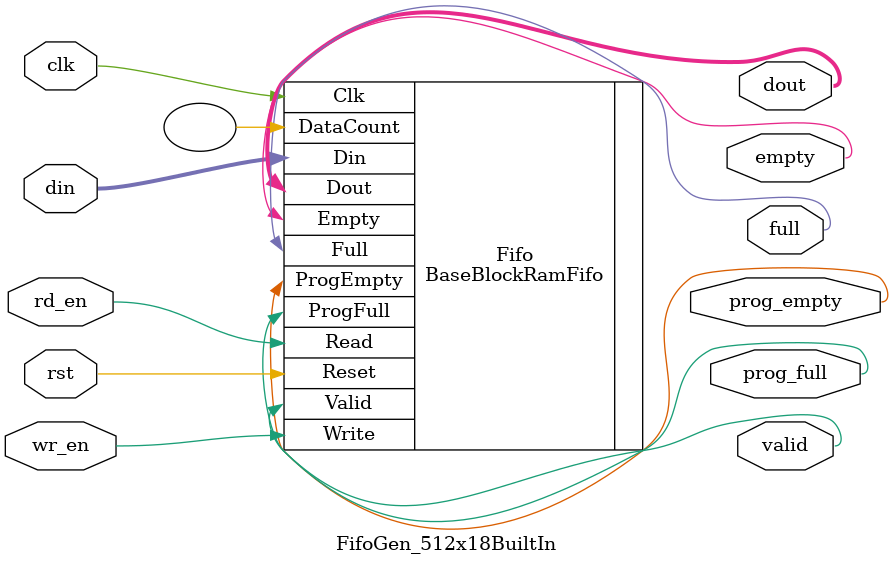
<source format=v>
/*
	FifoGen_512x18BuiltIn.v: Behavior version of 512x18 built in FIFO

		  Ted Rossin 10-04-2024
	  		     11-07-2024 

     Note: This code does not model the behavior of the built in FIFO
	     where if rd_en is asserted while empty is asserted, the
	     flags all go to X.
*/

`timescale 1ns / 1ps

module FifoGen_512x18BuiltIn(
     input clk
    ,input rst
    ,input[17:0] din
    ,input wr_en
    ,input rd_en
    ,output[17:0] dout
    ,output valid
    ,output full
    ,output empty
    ,output prog_empty
    ,output prog_full
);

    BaseBlockRamFifo #(
	 .FirstWordFall(0)
	,.BuiltIn(1)
	,.Width(18)
	,.ProgFullValue(14)
	,.ProgEmptyValue(5)
	,.DataCountWidth(9)
	,.Depth(512)
    ) Fifo(
     	 .Clk(clk)
    	,.Reset(rst)
    	,.Write(wr_en)
    	,.Read(rd_en)
    	,.Din(din)
    	,.Dout(dout)
    	,.ProgFull(prog_full)
    	,.ProgEmpty(prog_empty)
    	,.DataCount()
    	,.Valid(valid)
    	,.Empty(empty)
    	,.Full(full)
    );
endmodule

</source>
